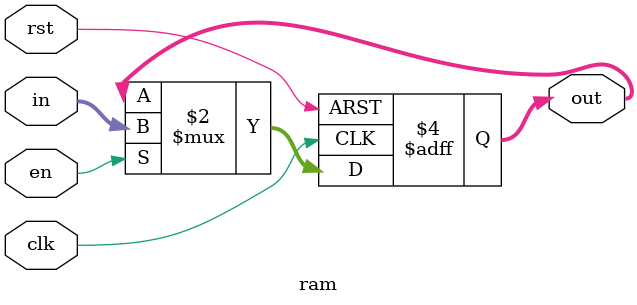
<source format=v>
module ram(
    input clk,              // Ê±ÖÓÐÅºÅ
    input rst,              // Òì²½¸´Î»ÐÅºÅ
    input en,               // Ê¹ÄÜÐÅºÅ
    input [31:0] in,      // ÊäÈëÊý¾Ý
    output reg [31:0] out // Êä³öÊý¾Ý
);
    always @(negedge clk or posedge rst) begin
        if (rst) begin
            out <= 32'b0; // Òì²½¸´Î»
        end else if (en) begin
            out <= in;  // Ð´²Ù×÷ÔÚÊ¹ÄÜºÍÐ´Ê¹ÄÜ¾ùÓÐÐ§Ê±Ö´ÐÐ
        end
    end
endmodule

</source>
